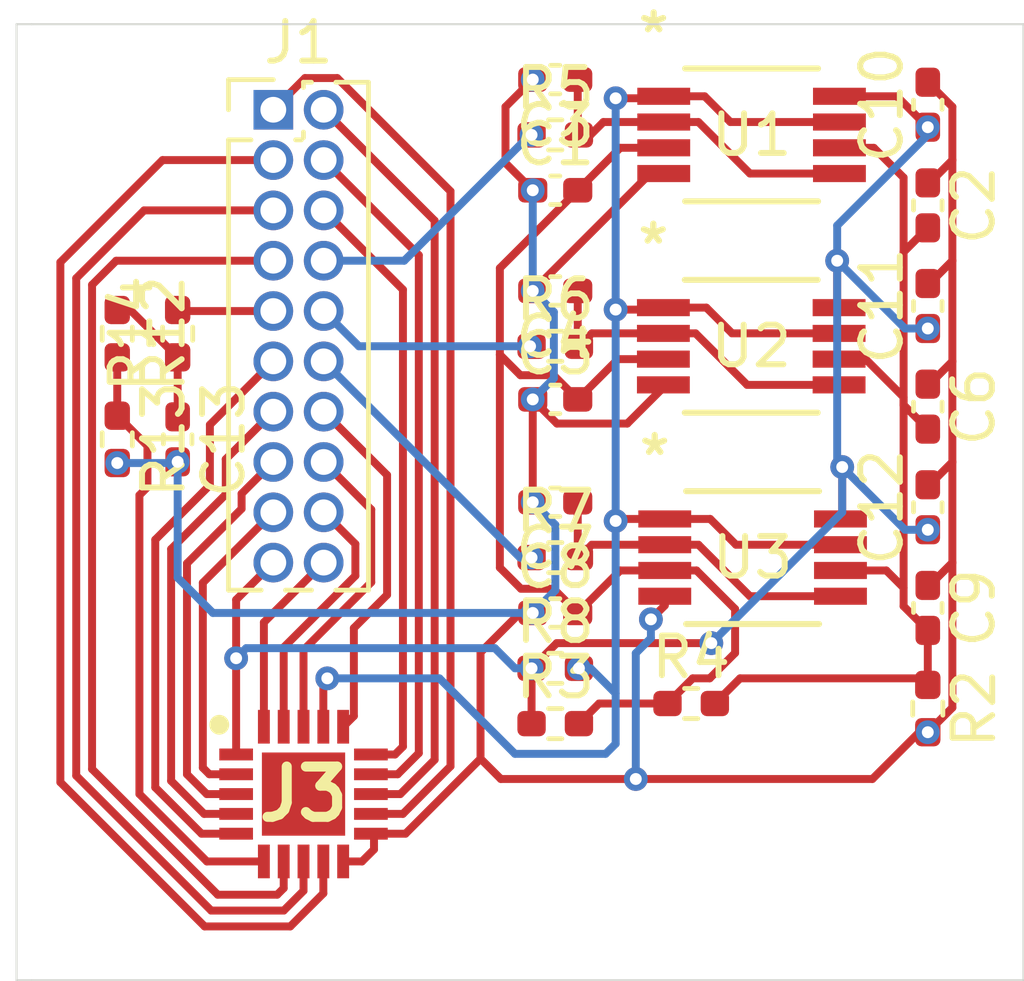
<source format=kicad_pcb>
(kicad_pcb
	(version 20240108)
	(generator "pcbnew")
	(generator_version "8.0")
	(general
		(thickness 1.6)
		(legacy_teardrops no)
	)
	(paper "A4")
	(layers
		(0 "F.Cu" signal)
		(31 "B.Cu" signal)
		(32 "B.Adhes" user "B.Adhesive")
		(33 "F.Adhes" user "F.Adhesive")
		(34 "B.Paste" user)
		(35 "F.Paste" user)
		(36 "B.SilkS" user "B.Silkscreen")
		(37 "F.SilkS" user "F.Silkscreen")
		(38 "B.Mask" user)
		(39 "F.Mask" user)
		(40 "Dwgs.User" user "User.Drawings")
		(41 "Cmts.User" user "User.Comments")
		(42 "Eco1.User" user "User.Eco1")
		(43 "Eco2.User" user "User.Eco2")
		(44 "Edge.Cuts" user)
		(45 "Margin" user)
		(46 "B.CrtYd" user "B.Courtyard")
		(47 "F.CrtYd" user "F.Courtyard")
		(48 "B.Fab" user)
		(49 "F.Fab" user)
		(50 "User.1" user)
		(51 "User.2" user)
		(52 "User.3" user)
		(53 "User.4" user)
		(54 "User.5" user)
		(55 "User.6" user)
		(56 "User.7" user)
		(57 "User.8" user)
		(58 "User.9" user)
	)
	(setup
		(pad_to_mask_clearance 0)
		(allow_soldermask_bridges_in_footprints no)
		(pcbplotparams
			(layerselection 0x00010fc_ffffffff)
			(plot_on_all_layers_selection 0x0000000_00000000)
			(disableapertmacros no)
			(usegerberextensions yes)
			(usegerberattributes no)
			(usegerberadvancedattributes no)
			(creategerberjobfile no)
			(dashed_line_dash_ratio 12.000000)
			(dashed_line_gap_ratio 3.000000)
			(svgprecision 4)
			(plotframeref no)
			(viasonmask no)
			(mode 1)
			(useauxorigin no)
			(hpglpennumber 1)
			(hpglpenspeed 20)
			(hpglpendiameter 15.000000)
			(pdf_front_fp_property_popups yes)
			(pdf_back_fp_property_popups yes)
			(dxfpolygonmode yes)
			(dxfimperialunits yes)
			(dxfusepcbnewfont yes)
			(psnegative no)
			(psa4output no)
			(plotreference yes)
			(plotvalue no)
			(plotfptext yes)
			(plotinvisibletext no)
			(sketchpadsonfab no)
			(subtractmaskfromsilk yes)
			(outputformat 1)
			(mirror no)
			(drillshape 0)
			(scaleselection 1)
			(outputdirectory "fab/")
		)
	)
	(net 0 "")
	(net 1 "OCP+")
	(net 2 "GND")
	(net 3 "OCP-")
	(net 4 "Net-(U1A--)")
	(net 5 "Net-(U2A--)")
	(net 6 "Net-(U3A--)")
	(net 7 "VDD")
	(net 8 "I_Ph_1")
	(net 9 "I_Ph_2")
	(net 10 "I_Ph_3")
	(net 11 "nOC")
	(net 12 "nOV_LATCHED")
	(net 13 "DRV_ASC_ISO_LS")
	(net 14 "PS_nDIS_PWM_BIS")
	(net 15 "PS_nASC_BIS")
	(net 16 "PS_nDIS_PWM")
	(net 17 "PS_nASC")
	(net 18 "PS_asc_SEL")
	(net 19 "nRESET_LATCHES ")
	(net 20 "DRV_ASC_ISO_HS")
	(net 21 "SUP_DCDC_PGOOD")
	(net 22 "PMIC_nSS1")
	(net 23 "DRV_LS_nFLT1")
	(net 24 "nOC_LATCHED")
	(net 25 "DRV_ASC_EN_ISO")
	(net 26 "Net-(J3-Pin_6)")
	(net 27 "DOUT_Ph2")
	(net 28 "DRV_HS_nFLT1")
	(net 29 "Net-(C13-Pad1)")
	(footprint "Capacitor_SMD:C_0402_1005Metric_Pad0.74x0.62mm_HandSolder" (layer "F.Cu") (at 151.257 71.882 90))
	(footprint "Capacitor_SMD:C_0402_1005Metric_Pad0.74x0.62mm_HandSolder" (layer "F.Cu") (at 151.257 79.502 -90))
	(footprint "Capacitor_SMD:C_0402_1005Metric_Pad0.74x0.62mm_HandSolder" (layer "F.Cu") (at 151.257 82.042 90))
	(footprint "empreinte:DGK8_TEX" (layer "F.Cu") (at 146.812 72.644))
	(footprint "Capacitor_SMD:C_0402_1005Metric_Pad0.74x0.62mm_HandSolder" (layer "F.Cu") (at 151.257 84.582 -90))
	(footprint "Capacitor_SMD:C_0402_1005Metric_Pad0.74x0.62mm_HandSolder" (layer "F.Cu") (at 141.859 74.041))
	(footprint "empreinte:DGK8_TEX" (layer "F.Cu") (at 146.803 77.978))
	(footprint "empreinte:QFN50P350X350X80-21N-D" (layer "F.Cu") (at 135.509 89.281))
	(footprint "Resistor_SMD:R_0402_1005Metric_Pad0.72x0.64mm_HandSolder" (layer "F.Cu") (at 130.81 80.3275 -90))
	(footprint "Capacitor_SMD:C_0402_1005Metric_Pad0.74x0.62mm_HandSolder" (layer "F.Cu") (at 151.257 76.962 90))
	(footprint "Capacitor_SMD:C_0402_1005Metric_Pad0.74x0.62mm_HandSolder" (layer "F.Cu") (at 141.859 71.247 180))
	(footprint "Capacitor_SMD:C_0402_1005Metric_Pad0.74x0.62mm_HandSolder" (layer "F.Cu") (at 141.859 76.581 180))
	(footprint "Resistor_SMD:R_0402_1005Metric_Pad0.72x0.64mm_HandSolder" (layer "F.Cu") (at 141.859 83.312))
	(footprint "Resistor_SMD:R_0402_1005Metric_Pad0.72x0.64mm_HandSolder" (layer "F.Cu") (at 141.859 87.503))
	(footprint "Resistor_SMD:R_0402_1005Metric_Pad0.72x0.64mm_HandSolder" (layer "F.Cu") (at 151.257 87.122 -90))
	(footprint "Connector_PinHeader_1.27mm:PinHeader_2x10_P1.27mm_Vertical" (layer "F.Cu") (at 134.747 72.009))
	(footprint "Resistor_SMD:R_0402_1005Metric_Pad0.72x0.64mm_HandSolder" (layer "F.Cu") (at 141.859 86.106))
	(footprint "Capacitor_SMD:C_0402_1005Metric_Pad0.74x0.62mm_HandSolder" (layer "F.Cu") (at 151.257 74.422 -90))
	(footprint "Resistor_SMD:R_0402_1005Metric_Pad0.72x0.64mm_HandSolder" (layer "F.Cu") (at 141.859 77.978))
	(footprint "Resistor_SMD:R_0402_1005Metric_Pad0.72x0.64mm_HandSolder" (layer "F.Cu") (at 145.288 86.995))
	(footprint "Capacitor_SMD:C_0402_1005Metric_Pad0.74x0.62mm_HandSolder" (layer "F.Cu") (at 141.859 79.319))
	(footprint "Resistor_SMD:R_0402_1005Metric_Pad0.72x0.64mm_HandSolder" (layer "F.Cu") (at 132.334 77.6605 90))
	(footprint "Capacitor_SMD:C_0402_1005Metric_Pad0.74x0.62mm_HandSolder" (layer "F.Cu") (at 132.334 80.3275 -90))
	(footprint "empreinte:DGK8_TEX" (layer "F.Cu") (at 146.838 83.312))
	(footprint "Resistor_SMD:R_0402_1005Metric_Pad0.72x0.64mm_HandSolder" (layer "F.Cu") (at 141.859 72.644))
	(footprint "Capacitor_SMD:C_0402_1005Metric_Pad0.74x0.62mm_HandSolder" (layer "F.Cu") (at 141.859 84.709))
	(footprint "Capacitor_SMD:C_0402_1005Metric_Pad0.74x0.62mm_HandSolder" (layer "F.Cu") (at 141.859 81.915 180))
	(footprint "Resistor_SMD:R_0402_1005Metric_Pad0.72x0.64mm_HandSolder" (layer "F.Cu") (at 130.81 77.6605 -90))
	(gr_line
		(start 128.651 93.98)
		(end 128.27 93.98)
		(stroke
			(width 0.05)
			(type default)
		)
		(layer "Edge.Cuts")
		(uuid "06b60c8e-f01a-4260-b2a7-4029a4a74add")
	)
	(gr_line
		(start 128.651 69.85)
		(end 128.27 69.85)
		(stroke
			(width 0.05)
			(type default)
		)
		(layer "Edge.Cuts")
		(uuid "0fa89132-a3a5-43b1-af68-3f13f3cce166")
	)
	(gr_line
		(start 128.651 69.85)
		(end 153.67 69.85)
		(stroke
			(width 0.05)
			(type default)
		)
		(layer "Edge.Cuts")
		(uuid "a286e59a-e337-429f-98c0-d67ae879d7ca")
	)
	(gr_line
		(start 128.27 93.98)
		(end 128.27 69.85)
		(stroke
			(width 0.05)
			(type default)
		)
		(layer "Edge.Cuts")
		(uuid "ae43f9b0-7fbb-4bcf-b8ed-8027f42e6048")
	)
	(gr_line
		(start 153.67 93.98)
		(end 128.651 93.98)
		(stroke
			(width 0.05)
			(type default)
		)
		(layer "Edge.Cuts")
		(uuid "da1234ae-0354-4412-acc2-03a5e373fa10")
	)
	(gr_line
		(start 153.67 69.85)
		(end 153.67 93.98)
		(stroke
			(width 0.05)
			(type default)
		)
		(layer "Edge.Cuts")
		(uuid "da537ab4-bdae-438b-a02e-1878c9027a61")
	)
	(segment
		(start 142.4265 74.041)
		(end 140.462 76.0055)
		(width 0.2)
		(layer "F.Cu")
		(net 1)
		(uuid "008b7981-28cf-45c7-b766-55045bf2f7f9")
	)
	(segment
		(start 145.755529 86.36)
		(end 145.3255 86.36)
		(width 0.2)
		(layer "F.Cu")
		(net 1)
		(uuid "0cfb171b-5ed8-4144-8c38-65600afb63c2")
	)
	(segment
		(start 140.995 84.099)
		(end 140.462 83.566)
		(width 0.2)
		(layer "F.Cu")
		(net 1)
		(uuid "2730f064-34f1-43b5-9e44-cd8b4982eb4f")
	)
	(segment
		(start 145.422999 83.637)
		(end 146.396 84.610001)
		(width 0.2)
		(layer "F.Cu")
		(net 1)
		(uuid "34261980-54f9-4b45-9b3b-1e1560532216")
	)
	(segment
		(start 143.4985 72.969)
		(end 144.662 72.969)
		(width 0.2)
		(layer "F.Cu")
		(net 1)
		(uuid "459a7142-255a-474d-81be-d40f8a453486")
	)
	(segment
		(start 141.8165 84.099)
		(end 140.995 84.099)
		(width 0.2)
		(layer "F.Cu")
		(net 1)
		(uuid "48528bdc-4cf9-4eb1-a3a0-4f947909ebc5")
	)
	(segment
		(start 142.9645 86.995)
		(end 142.4565 87.503)
		(width 0.2)
		(layer "F.Cu")
		(net 1)
		(uuid "4bd8c0ed-adcb-4985-ba85-1233ee69a85e")
	)
	(segment
		(start 142.4265 84.709)
		(end 141.8165 84.099)
		(width 0.2)
		(layer "F.Cu")
		(net 1)
		(uuid "52220e5b-c5d4-48b1-91db-42b3a9d8e207")
	)
	(segment
		(start 146.396 84.610001)
		(end 146.396 85.719529)
		(width 0.2)
		(layer "F.Cu")
		(net 1)
		(uuid "5abb8dd9-f290-46a9-9086-7b96873ad1bc")
	)
	(segment
		(start 144.6905 86.995)
		(end 142.9645 86.995)
		(width 0.2)
		(layer "F.Cu")
		(net 1)
		(uuid "5e8a3755-45a3-47f4-9de7-bba5da2ede4d")
	)
	(segment
		(start 142.4265 74.041)
		(end 143.4985 72.969)
		(width 0.2)
		(layer "F.Cu")
		(net 1)
		(uuid "63302b04-ad1a-4553-9628-be09156e8935")
	)
	(segment
		(start 143.4425 78.303)
		(end 144.653 78.303)
		(width 0.2)
		(layer "F.Cu")
		(net 1)
		(uuid "7e1ed3b6-e778-42b7-8da5-e59c085ae3a1")
	)
	(segment
		(start 140.462 83.566)
		(end 140.462 78.190972)
		(width 0.2)
		(layer "F.Cu")
		(net 1)
		(uuid "7f481a96-0885-4853-be9c-cc8d151b53a6")
	)
	(segment
		(start 141.8165 78.709)
		(end 142.4265 79.319)
		(width 0.2)
		(layer "F.Cu")
		(net 1)
		(uuid "906bd222-cb12-43c7-9f0f-252edf7e7853")
	)
	(segment
		(start 142.4565 87.503)
		(end 142.6585 87.503)
		(width 0.2)
		(layer "F.Cu")
		(net 1)
		(uuid "a09d71db-3cfa-46a1-9f1c-8db417cacd14")
	)
	(segment
		(start 140.462 78.190972)
		(end 140.980028 78.709)
		(width 0.2)
		(layer "F.Cu")
		(net 1)
		(uuid "b402363c-21d3-4083-b30d-e4b43b14b37e")
	)
	(segment
		(start 143.4985 83.637)
		(end 142.4265 84.709)
		(width 0.2)
		(layer "F.Cu")
		(net 1)
		(uuid "bb735450-d092-4b8a-88ff-8c10636ae865")
	)
	(segment
		(start 140.980028 78.709)
		(end 141.8165 78.709)
		(width 0.2)
		(layer "F.Cu")
		(net 1)
		(uuid "c25faabf-26b4-4ede-af6b-b2e8800de631")
	)
	(segment
		(start 140.462 76.0055)
		(end 140.462 78.190972)
		(width 0.2)
		(layer "F.Cu")
		(net 1)
		(uuid "c35027ab-d6a4-4f9a-bd3e-57f2199a903f")
	)
	(segment
		(start 145.422999 83.637)
		(end 143.4985 83.637)
		(width 0.2)
		(layer "F.Cu")
		(net 1)
		(uuid "e84e03d6-8f40-440a-ba6b-93514d77de32")
	)
	(segment
		(start 142.4265 79.319)
		(end 143.4425 78.303)
		(width 0.2)
		(layer "F.Cu")
		(net 1)
		(uuid "eb7f73e4-ccc3-46d0-a356-8660440e82cc")
	)
	(segment
		(start 145.3255 86.36)
		(end 144.6905 86.995)
		(width 0.2)
		(layer "F.Cu")
		(net 1)
		(uuid "f1c588b7-bf32-49ca-bede-d8ac33104945")
	)
	(segment
		(start 146.396 85.719529)
		(end 145.755529 86.36)
		(width 0.2)
		(layer "F.Cu")
		(net 1)
		(uuid "f7f5d719-8600-4c2b-bbb2-7db02a9ca8ec")
	)
	(segment
		(start 151.877 87.0995)
		(end 151.257 87.7195)
		(width 0.2)
		(layer "F.Cu")
		(net 2)
		(uuid "046d5619-013c-4670-84e0-7dd35cab5c8b")
	)
	(segment
		(start 144.62185 84.286999)
		(end 144.62185 84.52115)
		(width 0.2)
		(layer "F.Cu")
		(net 2)
		(uuid "04ba50a3-e1f0-47a2-a339-f97baff7b6a1")
	)
	(segment
		(start 140.97 84.709)
		(end 141.2915 84.709)
		(width 0.2)
		(layer "F.Cu")
		(net 2)
		(uuid "0ed66e3d-b465-4dc5-b949-7da0d854b6f4")
	)
	(segment
		(start 137.209 90.281)
		(end 138.081055 90.281)
		(width 0.2)
		(layer "F.Cu")
		(net 2)
		(uuid "1d12beab-9c13-4006-b2f9-054817e5127b")
	)
	(segment
		(start 137.287 90.359)
		(end 137.209 90.281)
		(width 0.2)
		(layer "F.Cu")
		(net 2)
		(uuid "327f7f04-f111-436a-8312-39c9602ee7cd")
	)
	(segment
		(start 151.877 75.819)
		(end 151.877 78.359)
		(width 0.2)
		(layer "F.Cu")
		(net 2)
		(uuid "383fb5bf-0f07-40e6-a65e-1377db975fd0")
	)
	(segment
		(start 139.974235 88.38782)
		(end 139.974235 85.704765)
		(width 0.2)
		(layer "F.Cu")
		(net 2)
		(uuid "3b3695d3-35eb-4c87-925e-4e7cb557ca21")
	)
	(segment
		(start 151.3015 78.9345)
		(end 151.877 78.359)
		(width 0.2)
		(layer "F.Cu")
		(net 2)
		(uuid "3d92e1a4-246d-40a1-9f61-8eaac2a6918a")
	)
	(segment
		(start 151.3015 73.8545)
		(end 151.877 73.279)
		(width 0.2)
		(layer "F.Cu")
		(net 2)
		(uuid "443a345f-62dd-4ec0-bb75-c1f1ce1d9e9f")
	)
	(segment
		(start 151.257 71.3145)
		(end 151.877 71.9345)
		(width 0.2)
		(layer "F.Cu")
		(net 2)
		(uuid "4ed5c1c4-b7dc-4999-8fdd-a3968191bcb4")
	)
	(segment
		(start 151.3015 76.3945)
		(end 151.877 75.819)
		(width 0.2)
		(layer "F.Cu")
		(net 2)
		(uuid "5322d53b-1c30-4ffd-96a1-702a1b075873")
	)
	(segment
		(start 151.257 84.0145)
		(end 151.3015 84.0145)
		(width 0.2)
		(layer "F.Cu")
		(net 2)
		(uuid "53d8e7ef-26f8-4277-8f58-74a1eba2a3e9")
	)
	(segment
		(start 132.304 80.925)
		(end 132.334 80.895)
		(width 0.2)
		(layer "F.Cu")
		(net 2)
		(uuid "546f27a8-e605-4a0b-b539-44f4830f532f")
	)
	(segment
		(start 139.974235 85.704765)
		(end 140.97 84.709)
		(width 0.2)
		(layer "F.Cu")
		(net 2)
		(uuid "59568ab3-b4df-4c33-8310-b39c5d5f2c40")
	)
	(segment
		(start 151.257 78.9345)
		(end 151.3015 78.9345)
		(width 0.2)
		(layer "F.Cu")
		(net 2)
		(uuid "5bd63f73-e1d0-4f8f-9a9d-92be329dc3bd")
	)
	(segment
		(start 151.257 87.7195)
		(end 151.0405 87.7195)
		(width 0.2)
		(layer "F.Cu")
		(net 2)
		(uuid "623a1cbd-1743-4573-95a4-7c7c1d34253b")
	)
	(segment
		(start 136.984 90.981)
		(end 137.287 90.678)
		(width 0.2)
		(layer "F.Cu")
		(net 2)
		(uuid "64715295-c5b0-4237-aecb-b4a20b8c1d41")
	)
	(segment
		(start 151.257 76.3945)
		(end 151.3015 76.3945)
		(width 0.2)
		(layer "F.Cu")
		(net 2)
		(uuid "6877bff9-1f02-460a-a7f4-e3ce02eb0301")
	)
	(segment
		(start 143.891 88.9)
		(end 140.486415 88.9)
		(width 0.2)
		(layer "F.Cu")
		(net 2)
		(uuid "6e1275d0-c33f-4e60-b773-7f4524abccdd")
	)
	(segment
		(start 141.9015 79.929)
		(end 143.677 79.929)
		(width 0.2)
		(layer "F.Cu")
		(net 2)
		(uuid "76f907ca-c7e1-4b68-8c4c-0d75968ffc32")
	)
	(segment
		(start 151.257 81.4745)
		(end 151.3015 81.4745)
		(width 0.2)
		(layer "F.Cu")
		(net 2)
		(uuid "78480076-b517-4346-aa6f-a005d503329f")
	)
	(segment
		(start 151.257 73.8545)
		(end 151.3015 73.8545)
		(width 0.2)
		(layer "F.Cu")
		(net 2)
		(uuid "7abc48c2-4b4f-412f-94bf-6f99b0190deb")
	)
	(segment
		(start 151.877 71.9345)
		(end 151.877 73.279)
		(width 0.2)
		(layer "F.Cu")
		(net 2)
		(uuid "7f72f567-c347-4899-acdd-4576aab0bd1f")
	)
	(segment
		(start 151.877 83.439)
		(end 151.877 87.0995)
		(width 0.2)
		(layer "F.Cu")
		(net 2)
		(uuid "88ee540a-9b76-4120-b63f-d645bc555bca")
	)
	(segment
		(start 138.081055 90.281)
		(end 139.974235 88.38782)
		(width 0.2)
		(layer "F.Cu")
		(net 2)
		(uuid "895dfd4a-1455-42c8-9f0b-c94397243688")
	)
	(segment
		(start 143.677 79.929)
		(end 144.653 78.953)
		(width 0.2)
		(layer "F.Cu")
		(net 2)
		(uuid "9753e8dc-6711-4e20-bdfd-065b925680f8")
	)
	(segment
		(start 141.2915 71.247)
		(end 140.604 71.9345)
		(width 0.2)
		(layer "F.Cu")
		(net 2)
		(uuid "9e372791-32fc-433c-a0b0-e7075c5bf137")
	)
	(segment
		(start 144.62185 84.52115)
		(end 144.272 84.871)
		(width 0.2)
		(layer "F.Cu")
		(net 2)
		(uuid "a77c1f2f-d99c-44af-8e6c-253278bd0a4a")
	)
	(segment
		(start 149.86 88.9)
		(end 143.891 88.9)
		(width 0.2)
		(layer "F.Cu")
		(net 2)
		(uuid "af1794ef-fd9f-44fe-b7bf-341dcc1b9c5e")
	)
	(segment
		(start 151.3015 84.0145)
		(end 151.877 83.439)
		(width 0.2)
		(layer "F.Cu")
		(net 2)
		(uuid "be4f501d-d079-4087-af77-86f9d601e359")
	)
	(segment
		(start 151.3015 81.4745)
		(end 151.877 80.899)
		(width 0.2)
		(layer "F.Cu")
		(net 2)
		(uuid "d24d8339-8e75-47c2-a857-aa473a61f4be")
	)
	(segment
		(start 151.0405 87.7195)
		(end 149.86 88.9)
		(width 0.2)
		(layer "F.Cu")
		(net 2)
		(uuid "db4cf434-cd6e-4578-a76f-f6f4674db328")
	)
	(segment
		(start 140.604 71.9345)
		(end 140.604 73.3535)
		(width 0.2)
		(layer "F.Cu")
		(net 2)
		(uuid "db5d7b3d-a8cb-4c54-bd42-ea251ce31dcb")
	)
	(segment
		(start 141.2915 79.319)
		(end 141.9015 79.929)
		(width 0.2)
		(layer "F.Cu")
		(net 2)
		(uuid "dd43d83d-e3ad-495f-a8cf-413986dbf3c9")
	)
	(segment
		(start 144.2535 73.619)
		(end 144.662 73.619)
		(width 0.2)
		(layer "F.Cu")
		(net 2)
		(uuid "de3114b3-7e19-4775-a9f4-f5c046680fd0")
	)
	(segment
		(start 140.604 73.3535)
		(end 141.2915 74.041)
		(width 0.2)
		(layer "F.Cu")
		(net 2)
		(uuid "de97a064-5fd4-4298-8039-431b6a691610")
	)
	(segment
		(start 136.509 90.981)
		(end 136.984 90.981)
		(width 0.2)
		(layer "F.Cu")
		(net 2)
		(uuid "dec81237-7644-49a0-9951-55037bf8b120")
	)
	(segment
		(start 140.486415 88.9)
		(end 139.974235 88.38782)
		(width 0.2)
		(layer "F.Cu")
		(net 2)
		(uuid "e131abb5-8cc6-4e1a-9acd-5004423cb61e")
	)
	(segment
		(start 141.2915 81.915)
		(end 141.2915 79.319)
		(width 0.2)
		(layer "F.Cu")
		(net 2)
		(uuid "e3b88851-a430-4d01-801b-bf3c0ed487d2")
	)
	(segment
		(start 151.877 80.899)
		(end 151.877 83.439)
		(width 0.2)
		(layer "F.Cu")
		(net 2)
		(uuid "eb8d85a4-f1b9-4efa-82f9-034f91ddbfbb")
	)
	(segment
		(start 137.287 90.678)
		(end 137.287 90.359)
		(width 0.2)
		(layer "F.Cu")
		(net 2)
		(uuid "f522d53d-779a-4cc4-832a-b2b605979a32")
	)
	(segment
		(start 151.877 78.359)
		(end 151.877 80.899)
		(width 0.2)
		(layer "F.Cu")
		(net 2)
		(uuid "f61c7793-69e3-4176-870a-89e13cc48c22")
	)
	(segment
		(start 151.877 73.279)
		(end 151.877 75.819)
		(width 0.2)
		(layer "F.Cu")
		(net 2)
		(uuid "f8c4c132-a80f-4815-bd59-35e1730b4877")
	)
	(segment
		(start 141.2915 76.581)
		(end 144.2535 73.619)
		(width 0.2)
		(layer "F.Cu")
		(net 2)
		(uuid "ffc7ee9e-de1a-415f-983b-e93e54f2d39c")
	)
	(via blind
		(at 143.891 88.9)
		(size 0.6)
		(drill 0.3)
		(layers "F.Cu" "B.Cu")
		(net 2)
		(uuid "39f8730a-cf72-4bc6-9ece-6a67ad9d3c06")
	)
	(via blind
		(at 141.2915 79.319)
		(size 0.6)
		(drill 0.3)
		(layers "F.Cu" "B.Cu")
		(net 2)
		(uuid "42edabe2-6101-40e1-b6fd-a4776610f6ff")
	)
	(via blind
		(at 141.2915 84.709)
		(size 0.6)
		(drill 0.3)
		(layers "F.Cu" "B.Cu")
		(net 2)
		(uuid "54732b2c-098e-4882-8dba-2496ec6cf8ce")
	)
	(via blind
		(at 144.272 84.871)
		(size 0.6)
		(drill 0.3)
		(layers "F.Cu" "B.Cu")
		(net 2)
		(uuid "6f32c34b-291d-4426-9e3f-a6fe1808c379")
	)
	(via blind
		(at 130.81 80.925)
		(size 0.6)
		(drill 0.3)
		(layers "F.Cu" "B.Cu")
		(net 2)
		(uuid "90ca994a-f3c9-44a3-af02-45cd5e2279f9")
	)
	(via blind
		(at 141.2915 76.581)
		(size 0.6)
		(drill 0.3)
		(layers "F.Cu" "B.Cu")
		(net 2)
		(uuid "a865f48d-73d7-4bfd-b3a6-cd81383f0d07")
	)
	(via blind
		(at 141.2915 74.041)
		(size 0.6)
		(drill 0.3)
		(layers "F.Cu" "B.Cu")
		(net 2)
		(uuid "aeba1228-a878-411d-82e2-80ab9b71827b")
	)
	(via blind
		(at 141.2915 81.915)
		(size 0.6)
		(drill 0.3)
		(layers "F.Cu" "B.Cu")
		(net 2)
		(uuid "babb5bf0-1a34-403d-bd7c-d8c07d5f6683")
	)
	(via blind
		(at 151.257 87.7195)
		(size 0.6)
		(drill 0.3)
		(layers "F.Cu" "B.Cu")
		(net 2)
		(uuid "c19ea11a-75cb-4045-b354-29d7f5cce4a9")
	)
	(via blind
		(at 141.2915 71.247)
		(size 0.6)
		(drill 0.3)
		(layers "F.Cu" "B.Cu")
		(net 2)
		(uuid "dff1af1e-97ce-4cfb-98ef-ad5f0508f858")
	)
	(via blind
		(at 132.334 80.895)
		(size 0.6)
		(drill 0.3)
		(layers "F.Cu" "B.Cu")
		(net 2)
		(uuid "f23f0ab1-e61f-4c32-b5d1-f18f4db4b207")
	)
	(segment
		(start 132.334 83.82)
		(end 132.334 80.895)
		(width 0.2)
		(layer "B.Cu")
		(net 2)
		(uuid "1084169a-6362-4e34-8c11-2c16ab2e7e52")
	)
	(segment
		(start 133.223 84.709)
		(end 132.334 83.82)
		(width 0.2)
		(layer "B.Cu")
		(net 2)
		(uuid "1ad14c8e-79bb-4583-af57-509c4745b514")
	)
	(segment
		(start 141.824 78.7865)
		(end 141.2915 79.319)
		(width 0.2)
		(layer "B.Cu")
		(net 2)
		(uuid "30a07256-73cb-4094-86f6-82b4a33a5ab7")
	)
	(segment
		(start 143.891 85.725)
		(end 143.891 88.9)
		(width 0.2)
		(layer "B.Cu")
		(net 2)
		(uuid "30bb12c5-b690-4187-a405-c52be6fbf771")
	)
	(segment
		(start 141.2915 74.041)
		(end 141.2915 76.581)
		(width 0.2)
		(layer "B.Cu")
		(net 2)
		(uuid "546b9383-48ea-41b4-bac0-60115dc795ff")
	)
	(segment
		(start 130.81 80.925)
		(end 132.304 80.925)
		(width 0.2)
		(layer "B.Cu")
		(net 2)
		(uuid "7c2f50d1-2248-402a-9bb5-70df2034e2fa")
	)
	(segment
		(start 141.824 77.1135)
		(end 141.824 78.7865)
		(width 0.2)
		(layer "B.Cu")
		(net 2)
		(uuid "81084a68-96dc-4681-8d03-aefa78a5f826")
	)
	(segment
		(start 141.2915 84.709)
		(end 141.8615 84.139)
		(width 0.2)
		(layer "B.Cu")
		(net 2)
		(uuid "818febb3-7367-4ed5-bb7d-8d5370f85830")
	)
	(segment
		(start 144.272 84.871)
		(end 144.272 85.344)
		(width 0.2)
		(layer "B.Cu")
		(net 2)
		(uuid "907b7c47-4763-4e7d-8c40-3112b99cb32f")
	)
	(segment
		(start 144.272 85.344)
		(end 143.891 85.725)
		(width 0.2)
		(layer "B.Cu")
		(net 2)
		(uuid "94777aa7-3b77-4c83-af21-fc209932c987")
	)
	(segment
		(start 141.8615 84.139)
		(end 141.8615 82.485)
		(width 0.2)
		(layer "B.Cu")
		(net 2)
		(uuid "a05aba86-c29c-4402-9a42-cf05b0aef9d0")
	)
	(segment
		(start 141.2915 84.709)
		(end 133.223 84.709)
		(width 0.2)
		(layer "B.Cu")
		(net 2)
		(uuid "a601ab95-dcca-4705-b9d6-640ff0774008")
	)
	(segment
		(start 141.2915 76.581)
		(end 141.824 77.1135)
		(width 0.2)
		(layer "B.Cu")
		(net 2)
		(uuid "b6e6e4ab-ba57-470b-88b2-acfbd7bdd034")
	)
	(segment
		(start 141.8615 82.485)
		(end 141.2915 81.915)
		(width 0.2)
		(layer "B.Cu")
		(net 2)
		(uuid "b81255a5-68b1-422d-a852-915001bb4fbc")
	)
	(segment
		(start 132.304 80.925)
		(end 132.334 80.895)
		(width 0.2)
		(layer "B.Cu")
		(net 2)
		(uuid "e5ddc06d-844d-450c-9b0b-7c12237d3304")
	)
	(segment
		(start 141.2915 71.247)
		(end 141.2535 71.209)
		(width 0.2)
		(layer "B.Cu")
		(net 2)
		(uuid "e9a4eb38-0642-4884-b992-1966a175a5f5")
	)
	(segment
		(start 149.05415 83.637001)
		(end 150.210001 83.637001)
		(width 0.2)
		(layer "F.Cu")
		(net 3)
		(uuid "0c2d8e04-6a3b-4179-bfc5-d3defd5936b6")
	)
	(segment
		(start 149.02815 72.969001)
		(end 149.8949 72.969001)
		(width 0.2)
		(layer "F.Cu")
		(net 3)
		(uuid "28e3e72c-6e57-4520-84b5-0ff438b68354")
	)
	(segment
		(start 148.953 78.303)
		(end 149.687999 78.303)
		(width 0.2)
		(layer "F.Cu")
		(net 3)
		(uuid "39269edb-78a4-4c1d-80d7-ff0d4246a52c")
	)
	(segment
		(start 145.8855 86.995)
		(end 146.5205 86.36)
		(width 0.2)
		(layer "F.Cu")
		(net 3)
		(uuid "53a90932-5342-4030-a629-106ba92c87eb")
	)
	(segment
		(start 150.647 75.5995)
		(end 151.257 74.9895)
		(width 0.2)
		(layer "F.Cu")
		(net 3)
		(uuid "555acde4-971a-4235-9e7a-212c9c0e6d1f")
	)
	(segment
		(start 150.647 84.5395)
		(end 150.647 84.074)
		(width 0.2)
		(layer "F.Cu")
		(net 3)
		(uuid "5e57a99a-3375-4471-878e-ccb6e7c8212f")
	)
	(segment
		(start 150.647 84.074)
		(end 150.647 79.4595)
		(width 0.2)
		(layer "F.Cu")
		(net 3)
		(uuid "5fd017dc-d03b-4488-9d12-662f747d3ed9")
	)
	(segment
		(start 150.647 73.721101)
		(end 150.647 75.5995)
		(width 0.2)
		(layer "F.Cu")
		(net 3)
		(uuid "69ed3363-faa7-426c-9048-1ead258f9582")
	)
	(segment
		(start 151.257 86.5245)
		(end 151.257 85.1495)
		(width 0.2)
		(layer "F.Cu")
		(net 3)
		(uuid "6b1655d8-b9bd-4090-8b74-42485d5863b5")
	)
	(segment
		(start 146.5205 86.36)
		(end 151.0925 86.36)
		(width 0.2)
		(layer "F.Cu")
		(net 3)
		(uuid "6e9448cf-cdf2-47ac-8ee0-d2f67ed8d421")
	)
	(segment
		(start 151.0925 86.36)
		(end 151.257 86.5245)
		(width 0.2)
		(layer "F.Cu")
		(net 3)
		(uuid "76e246ea-8f80-4f3d-928c-3d83c50c20b6")
	)
	(segment
		(start 151.257 85.1495)
		(end 151.216278 85.1495)
		(width 0.2)
		(layer "F.Cu")
		(net 3)
		(uuid "7b5726a2-6739-459e-8ab9-7260fa10be40")
	)
	(segment
		(start 149.8949 72.969001)
		(end 150.647 73.721101)
		(width 0.2)
		(layer "F.Cu")
		(net 3)
		(uuid "991282dd-5394-4dc0-9342-a1e0b7bf006e")
	)
	(segment
		(start 150.210001 83.637001)
		(end 150.647 84.074)
		(width 0.2)
		(layer "F.Cu")
		(net 3)
		(uuid "99656bdb-430c-4329-b7a7-05f3cb37e24b")
	)
	(segment
		(start 151.257 80.0695)
		(end 150.647 79.4595)
		(width 0.2)
		(layer "F.Cu")
		(net 3)
		(uuid "c5d0efba-088d-4fa7-be1f-df05eb089326")
	)
	(segment
		(start 150.647 79.4595)
		(end 150.647 79.262001)
		(width 0.2)
		(layer "F.Cu")
		(net 3)
		(uuid "cb9982e8-67c1-42d4-b824-0db86a2dc6df")
	)
	(segment
		(start 150.647 79.4595)
		(end 150.647 75.5995)
		(width 0.2)
		(layer "F.Cu")
		(net 3)
		(uuid "d59bb9b0-f3a4-47ed-8aa3-9c4a898ca581")
	)
	(segment
		(start 149.687999 78.303)
		(end 150.647 79.262001)
		(width 0.2)
		(layer "F.Cu")
		(net 3)
		(uuid "e3a278c1-6eac-4369-984c-5156208edb4b")
	)
	(segment
		(start 151.257 85.1495)
		(end 150.647 84.5395)
		(width 0.2)
		(layer "F.Cu")
		(net 3)
		(uuid "e9f2a2ac-eb26-42ea-b49b-ab111b40a9ad")
	)
	(segment
		(start 145.470999 72.318999)
		(end 146.770999 73.618999)
		(width 0.2)
		(layer "F.Cu")
		(net 4)
		(uuid "2def2c7e-88e0-4d58-9558-3987e26b7259")
	)
	(segment
		(start 142.4265 71.247)
		(end 142.4265 72.614)
		(width 0.2)
		(layer "F.Cu")
		(net 4)
		(uuid "3efc8209-f736-4086-8138-12d030e95f91")
	)
	(segment
		(start 144.59585 72.318999)
		(end 145.470999 72.318999)
		(width 0.2)
		(layer "F.Cu")
		(net 4)
		(uuid "6c24fe87-3e26-4650-a017-457ee0fbf509")
	)
	(segment
		(start 142.4265 72.614)
		(end 142.4565 72.644)
		(width 0.2)
		(layer "F.Cu")
		(net 4)
		(uuid "b4d99aa1-4138-4fc6-8fd9-eb0577bec14a")
	)
	(segment
		(start 142.4565 72.644)
		(end 142.748 72.644)
		(width 0.2)
		(layer "F.Cu")
		(net 4)
		(uuid "c0b871e4-7278-4966-b781-79e87b1f21ef")
	)
	(segment
		(start 142.748 72.644)
		(end 143.073001 72.318999)
		(width 0.2)
		(layer "F.Cu")
		(net 4)
		(uuid "c91b9939-4b94-4772-bc7c-a80a5eef2a19")
	)
	(segment
		(start 143.073001 72.318999)
		(end 144.59585 72.318999)
		(width 0.2)
		(layer "F.Cu")
		(net 4)
		(uuid "f20b63ac-4033-47e4-b702-97b15aaa8c56")
	)
	(segment
		(start 146.770999 73.618999)
		(end 149.02815 73.618999)
		(width 0.2)
		(layer "F.Cu")
		(net 4)
		(uuid "f6109cac-2b37-44e7-9f33-93bc9a18ffa3")
	)
	(segment
		(start 146.7 78.953)
		(end 148.891 78.953)
		(width 0.2)
		(layer "F.Cu")
		(net 5)
		(uuid "163700c1-9b0e-429c-a24e-1c948df0fed9")
	)
	(segment
		(start 142.4565 77.978)
		(end 142.7815 77.653)
		(width 0.2)
		(layer "F.Cu")
		(net 5)
		(uuid "52f2cef3-6590-4278-acc7-579faa327461")
	)
	(segment
		(start 142.4265 76.581)
		(end 142.4265 77.948)
		(width 0.2)
		(layer "F.Cu")
		(net 5)
		(uuid "907e20d7-7bed-429c-9ec5-22d57369b151")
	)
	(segment
		(start 144.591 77.653)
		(end 145.4 77.653)
		(width 0.2)
		(layer "F.Cu")
		(net 5)
		(uuid "959e1feb-a930-4296-8379-7b0840eb885b")
	)
	(segment
		(start 145.4 77.653)
		(end 146.7 78.953)
		(width 0.2)
		(layer "F.Cu")
		(net 5)
		(uuid "ad0904aa-0594-44ef-a019-0c9fc9849661")
	)
	(segment
		(start 142.4265 77.948)
		(end 142.4565 77.978)
		(width 0.2)
		(layer "F.Cu")
		(net 5)
		(uuid "b54966bb-b0d4-4e38-b725-b5ec4cbb34f8")
	)
	(segment
		(start 142.7815 77.653)
		(end 144.653 77.653)
		(width 0.2)
		(layer "F.Cu")
		(net 5)
		(uuid "db941a36-b90b-47b5-bd46-d8513d65626a")
	)
	(segment
		(start 142.7815 82.987)
		(end 144.688 82.987)
		(width 0.2)
		(layer "F.Cu")
		(net 6)
		(uuid "002666e8-dc2e-49f7-9e31-803c5c568c8d")
	)
	(segment
		(start 145.471 82.987)
		(end 146.771 84.287)
		(width 0.2)
		(layer "F.Cu")
		(net 6)
		(uuid "0ed41548-489c-4e86-81ae-b4a715b03d57")
	)
	(segment
		(start 146.771 84.287)
		(end 148.988 84.287)
		(width 0.2)
		(layer "F.Cu")
		(net 6)
		(uuid "26e19d8d-52c0-4329-9955-52e2c28d6546")
	)
	(segment
		(start 142.4565 83.312)
		(end 142.7815 82.987)
		(width 0.2)
		(layer "F.Cu")
		(net 6)
		(uuid "2d212617-cdfd-40c4-b121-b604a1dc4e13")
	)
	(segment
		(start 144.688 82.987)
		(end 145.471 82.987)
		(width 0.2)
		(layer "F.Cu")
		(net 6)
		(uuid "835094e7-dc0d-4906-8eec-d786d1794784")
	)
	(segment
		(start 142.4265 81.915)
		(end 142.4265 83.282)
		(width 0.2)
		(layer "F.Cu")
		(net 6)
		(uuid "a2166af3-ca80-44d5-8928-13bbe357b9cd")
	)
	(segment
		(start 142.4265 83.282)
		(end 142.4565 83.312)
		(width 0.2)
		(layer "F.Cu")
		(net 6)
		(uuid "fa8d8d21-3f61-47ed-8f0e-8584acf1188b")
	)
	(segment
		(start 133.809 85.852)
		(end 133.809 84.377)
		(width 0.2)
		(layer "F.Cu")
		(net 7)
		(uuid "0cd44307-28ea-40db-92ed-c80b97739129")
	)
	(segment
		(start 133.809 84.377)
		(end 134.747 83.439)
		(width 0.2)
		(layer "F.Cu")
		(net 7)
		(uuid "1089cc76-5e61-4a6d-bdd1-2dde8d8d06a4")
	)
	(segment
		(start 149.098 81.026)
		(end 149.098 82.227)
		(width 0.2)
		(layer "F.Cu")
		(net 7)
		(uuid "34715f5c-6ae2-4a77-bcbd-9cd00528cab3")
	)
	(segment
		(start 141.2615 86.106)
		(end 141.2615 87.503)
		(width 0.2)
		(layer "F.Cu")
		(net 7)
		(uuid "5ff67092-5139-430e-a64f-b008ca0c5da9")
	)
	(segment
		(start 141.8965 85.471)
		(end 145.796 85.471)
		(width 0.2)
		(layer "F.Cu")
		(net 7)
		(uuid "60a45465-d5c8-41d7-9090-d71f3ee7b2e7")
	)
	(segment
		(start 150.476501 71.669001)
		(end 151.257 72.4495)
		(width 0.2)
		(layer "F.Cu")
		(net 7)
		(uuid "635219b2-0547-46ce-b3df-9a9fc76615b7")
	)
	(segment
		(start 149.098 82.227)
		(end 148.988 82.337)
		(width 0.2)
		(layer "F.Cu")
		(net 7)
		(uuid "660ca643-f320-4397-9b82-37d4cc7fe686")
	)
	(segment
		(start 148.971 75.819)
		(end 148.971 76.985)
		(width 0.2)
		(layer "F.Cu")
		(net 7)
		(uuid "8a0f84ec-828f-4017-bd76-71d122420577")
	)
	(segment
		(start 141.2615 86.106)
		(end 141.8965 85.471)
		(width 0.2)
		(layer "F.Cu")
		(net 7)
		(uuid "98af5069-a71f-4a99-b75b-5e98fdc5bd07")
	)
	(segment
		(start 133.809 85.852)
		(end 133.809 88.281)
		(width 0.2)
		(layer "F.Cu")
		(net 7)
		(uuid "a47a5e4e-c25b-4c9b-997e-dd58f4f6f22c")
	)
	(segment
		(start 148.971 76.985)
		(end 148.953 77.003)
		(width 0.2)
		(layer "F.Cu")
		(net 7)
		(uuid "aa7d7100-fc55-4c06-8b1c-0b47cd8f7f9a")
	)
	(segment
		(start 149.02815 71.669001)
		(end 150.476501 71.669001)
		(width 0.2)
		(layer "F.Cu")
		(net 7)
		(uuid "da87ba1b-2d31-446b-b782-f518e8942f7e")
	)
	(via blind
		(at 148.971 75.819)
		(size 0.6)
		(drill 0.3)
		(layers "F.Cu" "B.Cu")
		(net 7)
		(uuid "2d4bea30-d150-4f58-b8a3-dc44ef0269b2")
	)
	(via blind
		(at 149.098 81.026)
		(size 0.6)
		(drill 0.3)
		(layers "F.Cu" "B.Cu")
		(net 7)
		(uuid "490ae98b-84bd-4231-b846-fbb7f3e9b33c")
	)
	(via blind
		(at 151.257 72.4495)
		(size 0.6)
		(drill 0.3)
		(layers "F.Cu" "B.Cu")
		(net 7)
		(uuid "703dccdf-fe61-47a7-9d6a-4d40d88ce68d")
	)
	(via blind
		(at 145.796 85.471)
		(size 0.6)
		(drill 0.3)
		(layers "F.Cu" "B.Cu")
		(net 7)
		(uuid "7ddf6297-7ca9-4c80-9396-96e73340cb69")
	)
	(via blind
		(at 151.257 82.6095)
		(size 0.6)
		(drill 0.3)
		(layers "F.Cu" "B.Cu")
		(net 7)
		(uuid "947aff8f-f944-4451-b80d-d1b42d2aa8af")
	)
	(via blind
		(at 151.257 77.5295)
		(size 0.6)
		(drill 0.3)
		(layers "F.Cu" "B.Cu")
		(net 7)
		(uuid "a75cfd53-ed01-4006-aa92-b4b69eca8d70")
	)
	(via blind
		(at 141.2615 86.106)
		(size 0.6)
		(drill 0.3)
		(layers "F.Cu" "B.Cu")
		(net 7)
		(uuid "ddc728b7-6e91-40a0-b50d-5c0bb9fc966c")
	)
	(via blind
		(at 133.809 85.852)
		(size 0.6)
		(drill 0.3)
		(layers "F.Cu" "B.Cu")
		(net 7)
		(uuid "f966b0fb-275d-4e87-9e9d-0ea824a58d02")
	)
	(segment
		(start 148.971 80.899)
		(end 148.971 75.819)
		(width 0.2)
		(layer "B.Cu")
		(net 7)
		(uuid "11977544-ef5c-457d-81c0-c8cf1f812d06")
	)
	(segment
		(start 151.257 72.644)
		(end 148.971 74.93)
		(width 0.2)
		(layer "B.Cu")
		(net 7)
		(uuid "3d4eebe7-7883-4918-8687-86112520729d")
	)
	(segment
		(start 150.6815 77.5295)
		(end 151.257 77.5295)
		(width 0.2)
		(layer "B.Cu")
		(net 7)
		(uuid "53de2c1b-ff4a-42a0-9be6-610e0adc975e")
	)
	(segment
		(start 149.098 82.169)
		(end 149.098 81.026)
		(width 0.2)
		(layer "B.Cu")
		(net 7)
		(uuid "59d3097d-7b7a-4be5-b106-b2a73bfb5c80")
	)
	(segment
		(start 151.257 72.4495)
		(end 151.257 72.644)
		(width 0.2)
		(layer "B.Cu")
		(net 7)
		(uuid "6328476c-553b-4260-be64-7fd9e4c62420")
	)
	(segment
		(start 148.971 74.93)
		(end 148.971 75.819)
		(width 0.2)
		(layer "B.Cu")
		(net 7)
		(uuid "825f22b5-1b89-4975-a8d9-69b36767364d")
	)
	(segment
		(start 149.098 81.026)
		(end 150.6815 82.6095)
		(width 0.2)
		(layer "B.Cu")
		(net 7)
		(uuid "861ff4e7-fe3a-40e8-8ba2-37dde32b5f6f")
	)
	(segment
		(start 134.063 85.598)
		(end 140.335 85.598)
		(width 0.2)
		(layer "B.Cu")
		(net 7)
		(uuid "8988aed0-61d4-4db8-98fc-6d21cdacbce2")
	)
	(segment
		(start 150.6815 82.6095)
		(end 151.257 82.6095)
		(width 0.2)
		(layer "B.Cu")
		(net 7)
		(uuid "99571613-0923-4f8b-92e4-a43b7e44131a")
	)
	(segment
		(start 140.843 86.106)
		(end 141.2615 86.106)
		(width 0.2)
		(layer "B.Cu")
		(net 7)
		(uuid "c05046e9-c5aa-494f-bda9-cc93dc32f964")
	)
	(segment
		(start 149.098 81.026)
		(end 148.971 80.899)
		(width 0.2)
		(layer "B.Cu")
		(net 7)
		(uuid "c9de76d6-3dd5-4f4c-8848-25d998c789ab")
	)
	(segment
		(start 140.335 85.598)
		(end 140.843 86.106)
		(width 0.2)
		(layer "B.Cu")
		(net 7)
		(uuid "d9a9de0f-8028-431f-8a99-4dc74d54d063")
	)
	(segment
		(start 133.809 85.852)
		(end 134.063 85.598)
		(width 0.2)
		(layer "B.Cu")
		(net 7)
		(uuid "e0c7d7c6-3a41-4c56-bb10-91acfeb6dab5")
	)
	(segment
		(start 145.796 85.471)
		(end 149.098 82.169)
		(width 0.2)
		(layer "B.Cu")
		(net 7)
		(uuid "e5b146c9-033c-41c5-a985-0537dcbdf875")
	)
	(segment
		(start 148.971 75.819)
		(end 150.6815 77.5295)
		(width 0.2)
		(layer "B.Cu")
		(net 7)
		(uuid "e8052a17-be30-4257-91b1-823646e0645a")
	)
	(via blind
		(at 141.2615 72.644)
		(size 0.6)
		(drill 0.3)
		(layers "F.Cu" "B.Cu")
		(net 8)
		(uuid "0c48a422-1c2b-49a8-aa75-37f4d4016867")
	)
	(segment
		(start 138.049 75.819)
		(end 136.017 75.819)
		(width 0.2)
		(layer "B.Cu")
		(net 8)
		(uuid "3fa848f4-8318-49dc-998b-451080d1e84b")
	)
	(segment
		(start 141.2615 72.644)
		(end 141.224 72.644)
		(width 0.2)
		(layer "B.Cu")
		(net 8)
		(uuid "6a060a40-f836-4300-ad8a-5fddba671389")
	)
	(segment
		(start 141.224 72.644)
		(end 138.049 75.819)
		(width 0.2)
		(layer "B.Cu")
		(net 8)
		(uuid "9cfeedd7-c820-497e-8796-f7f7b8bd4895")
	)
	(segment
		(start 141.2615 77.978)
		(end 141.224 77.978)
		(width 0.2)
		(layer "F.Cu")
		(net 9)
		(uuid "02eb4171-a8e6-444e-ae54-02bd654b863d")
	)
	(via blind
		(at 141.224 77.978)
		(size 0.6)
		(drill 0.3)
		(layers "F.Cu" "B.Cu")
		(net 9)
		(uuid "b79b8793-a607-4618-9175-e6d5d7ac2839")
	)
	(segment
		(start 141.224 77.978)
		(end 136.906 77.978)
		(width 0.2)
		(layer "B.Cu")
		(net 9)
		(uuid "6510882c-a092-47a1-ab20-b0369556cf9a")
	)
	(segment
		(start 136.906 77.978)
		(end 136.017 77.089)
		(width 0.2)
		(layer "B.Cu")
		(net 9)
		(uuid "a8ea32ee-606a-4ba5-925e-095644a5209b")
	)
	(via blind
		(at 141.2615 83.312)
		(size 0.6)
		(dril
... [19844 chars truncated]
</source>
